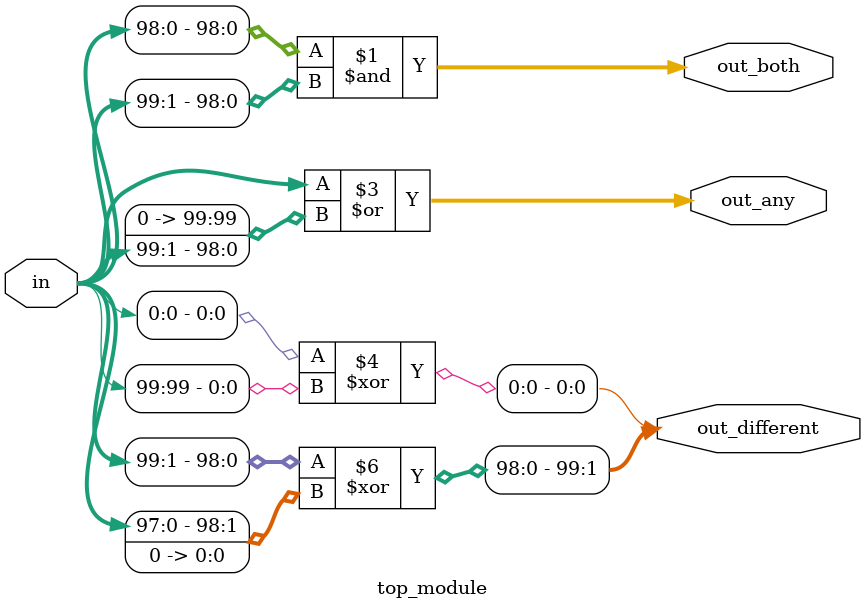
<source format=sv>
module top_module (
	input [99:0] in,
	output [98:0] out_both,
	output [99:0] out_any,
	output [99:0] out_different
);

    assign out_both = in[98:0] & in[99:1];
    assign out_any = in | (in >>> 1);
    assign out_different[0] = in[0] ^ in[99];
    assign out_different[99:1] = in[99:1] ^ (in[98:0] << 1);

endmodule

</source>
